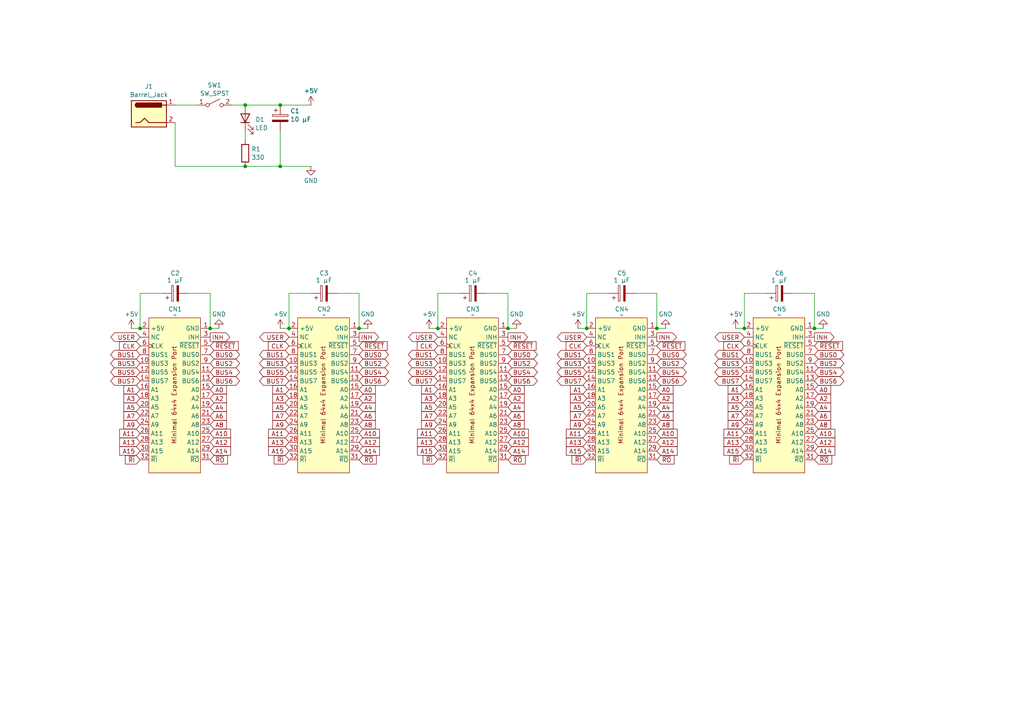
<source format=kicad_sch>
(kicad_sch (version 20231120) (generator "eeschema") (generator_version "8.0")
  (paper "A4")
  (lib_symbols
    (symbol "Connector:Barrel_Jack" (pin_names (offset 1.016))
      (property "Reference" "J" (at 0 5.334 0))
      (property "Value" "Barrel_Jack" (at 0 -5.08 0))
      (symbol "Barrel_Jack_0_1"
        (rectangle (start -5.08 3.81) (end 5.08 -3.81) (stroke (width 0.254)) (fill (type background)))
        (arc (start -3.302 3.175) (mid -3.9343 2.54) (end -3.302 1.905) (stroke (width 0.254)))
        (arc (start -3.302 3.175) (mid -3.9343 2.54) (end -3.302 1.905) (stroke (width 0.254)) (fill (type outline)))
        (polyline (pts (xy 5.08 2.54) (xy 3.81 2.54)) (stroke (width 0.254)))
        (polyline (pts (xy -3.81 -2.54) (xy -2.54 -2.54) (xy -1.27 -1.27) (xy 0 -2.54) (xy 2.54 -2.54) (xy 5.08 -2.54)) (stroke (width 0.254)))
        (rectangle (start 3.683 3.175) (end -3.302 1.905) (stroke (width 0.254)) (fill (type outline)))
      )
      (symbol "Barrel_Jack_1_1"
        (pin passive line (at 7.62 2.54 180) (length 2.54) (name "~") (number "1"))
        (pin passive line (at 7.62 -2.54 180) (length 2.54) (name "~") (number "2"))
      )
    )
    (symbol "Device:C_Polarized" (pin_numbers hide) (pin_names (offset 0.254))
      (property "Reference" "C" (at 0.635 2.54 0))
      (property "Value" "C_Polarized" (at 0.635 -2.54 0))
      (symbol "C_Polarized_0_1"
        (rectangle (start -2.286 0.508) (end 2.286 1.016))
        (polyline (pts (xy -1.778 2.286) (xy -0.762 2.286)))
        (polyline (pts (xy -1.27 2.794) (xy -1.27 1.778)))
        (rectangle (start 2.286 -0.508) (end -2.286 -1.016) (fill (type outline)))
      )
      (symbol "C_Polarized_1_1"
        (pin passive line (at 0 3.81 270) (length 2.794) (name "~") (number "1"))
        (pin passive line (at 0 -3.81 90) (length 2.794) (name "~") (number "2"))
      )
    )
    (symbol "Device:LED" (pin_numbers hide) (pin_names (offset 1.016) hide)
      (property "Reference" "D" (at 0 2.54 0))
      (property "Value" "LED" (at 0 -2.54 0))
      (symbol "LED_0_1"
        (polyline (pts (xy -1.27 -1.27) (xy -1.27 1.27)) (stroke (width 0.254)))
        (polyline (pts (xy -1.27 0) (xy 1.27 0)))
        (polyline (pts (xy 1.27 -1.27) (xy 1.27 1.27) (xy -1.27 0) (xy 1.27 -1.27)) (stroke (width 0.254)))
        (polyline (pts (xy -3.048 -0.762) (xy -4.572 -2.286) (xy -3.81 -2.286) (xy -4.572 -2.286) (xy -4.572 -1.524)))
        (polyline (pts (xy -1.778 -0.762) (xy -3.302 -2.286) (xy -2.54 -2.286) (xy -3.302 -2.286) (xy -3.302 -1.524)))
      )
      (symbol "LED_1_1"
        (pin passive line (at -3.81 0 0) (length 2.54) (name "K") (number "1"))
        (pin passive line (at 3.81 0 180) (length 2.54) (name "A") (number "2"))
      )
    )
    (symbol "Device:R" (pin_numbers hide) (pin_names (offset 0))
      (property "Reference" "R" (at 2.032 0 90))
      (property "Value" "R" (at 0 0 90))
      (symbol "R_0_1"
        (rectangle (start -1.016 -2.54) (end 1.016 2.54) (stroke (width 0.254)))
      )
      (symbol "R_1_1"
        (pin passive line (at 0 3.81 270) (length 1.27) (name "~") (number "1"))
        (pin passive line (at 0 -3.81 90) (length 1.27) (name "~") (number "2"))
      )
    )
    (symbol "Switch:SW_SPST" (pin_names (offset 0) hide)
      (property "Reference" "SW" (at 0 3.175 0))
      (property "Value" "SW_SPST" (at 0 -2.54 0))
      (symbol "SW_SPST_0_0"
        (circle (center -2.032 0) (radius 0.508))
        (polyline (pts (xy -1.524 0.254) (xy 1.524 1.778)))
        (circle (center 2.032 0) (radius 0.508))
      )
      (symbol "SW_SPST_1_1"
        (pin passive line (at -5.08 0 0) (length 2.54) (name "A") (number "1"))
        (pin passive line (at 5.08 0 180) (length 2.54) (name "B") (number "2"))
      )
    )
    (symbol "min-64x4-expansion_1"
      (property "Reference" "CN5" (at 24.6295 0 90))
      (property "Value" "~" (at 22.9481 0 90))
      (symbol "min-64x4-expansion_1_0_0"
        (pin power_in line (at 19.05 -10.16 90) (length 2.54) (name "GND") (number "1"))
        (pin bidirectional line (at 8.89 10.16 270) (length 2.54) (name "BUS3") (number "10"))
        (pin bidirectional line (at 6.35 -10.16 90) (length 2.54) (name "BUS4") (number "11"))
        (pin bidirectional line (at 6.35 10.16 270) (length 2.54) (name "BUS5") (number "12"))
        (pin bidirectional line (at 3.81 -10.16 90) (length 2.54) (name "BUS6") (number "13"))
        (pin bidirectional line (at 3.81 10.16 270) (length 2.54) (name "BUS7") (number "14"))
        (pin output line (at 1.27 -10.16 90) (length 2.54) (name "A0") (number "15"))
        (pin output line (at 1.27 10.16 270) (length 2.54) (name "A1") (number "16"))
        (pin output line (at -1.27 -10.16 90) (length 2.54) (name "A2") (number "17"))
        (pin output line (at -3.81 -10.16 90) (length 2.54) (name "A4") (number "19"))
        (pin power_in line (at 19.05 10.16 270) (length 2.54) (name "+5V") (number "2"))
        (pin output line (at -3.81 10.16 270) (length 2.54) (name "A5") (number "20"))
        (pin output line (at -6.35 -10.16 90) (length 2.54) (name "A6") (number "21"))
        (pin output line (at -6.35 10.16 270) (length 2.54) (name "A7") (number "22"))
        (pin output line (at -8.89 -10.16 90) (length 2.54) (name "A8") (number "23"))
        (pin output line (at -8.89 10.16 270) (length 2.54) (name "A9") (number "24"))
        (pin output line (at -11.43 -10.16 90) (length 2.54) (name "A10") (number "25"))
        (pin output line (at -11.43 10.16 270) (length 2.54) (name "A11") (number "26"))
        (pin output line (at -13.97 -10.16 90) (length 2.54) (name "A12") (number "27"))
        (pin output line (at -13.97 10.16 270) (length 2.54) (name "A13") (number "28"))
        (pin output line (at -16.51 -10.16 90) (length 2.54) (name "A14") (number "29"))
        (pin input line (at 16.51 -10.16 90) (length 2.54) (name "INH") (number "3"))
        (pin output line (at -19.05 -10.16 90) (length 2.54) (name "~{RO}") (number "31"))
        (pin output line (at -19.05 10.16 270) (length 2.54) (name "~{RI}") (number "32"))
        (pin bidirectional line (at 13.97 -10.16 90) (length 2.54) (name "~{RESET}") (number "5"))
        (pin output clock (at 13.97 10.16 270) (length 2.54) (name "CLK") (number "6"))
        (pin bidirectional line (at 11.43 -10.16 90) (length 2.54) (name "BUS0") (number "7"))
        (pin bidirectional line (at 11.43 10.16 270) (length 2.54) (name "BUS1") (number "8"))
        (pin bidirectional line (at 8.89 -10.16 90) (length 2.54) (name "BUS2") (number "9"))
      )
      (symbol "min-64x4-expansion_1_1_0"
        (pin output line (at -1.27 10.16 270) (length 2.54) (name "A3") (number "18"))
        (pin output line (at -16.51 10.16 270) (length 2.54) (name "A15") (number "30"))
        (pin bidirectional line (at 16.51 10.16 270) (length 2.54) (name "NC") (number "4"))
      )
      (symbol "min-64x4-expansion_1_1_1"
        (rectangle (start -22.86 7.62) (end 22.098 -7.366) (fill (type background)))
        (text "Minimal 64x4 Expansion Port" (at -0.254 0.254 0) (effects (font (size 1.27 1.27))))
      )
    )
    (symbol "minimal-64x4:min-64x4-expansion"
      (property "Reference" "CN1" (at 24.6295 0 90))
      (property "Value" "~" (at 22.9481 0 90))
      (symbol "min-64x4-expansion_0_0"
        (pin power_in line (at 19.05 -10.16 90) (length 2.54) (name "GND") (number "1"))
        (pin bidirectional line (at 8.89 10.16 270) (length 2.54) (name "BUS3") (number "10"))
        (pin bidirectional line (at 6.35 -10.16 90) (length 2.54) (name "BUS4") (number "11"))
        (pin bidirectional line (at 6.35 10.16 270) (length 2.54) (name "BUS5") (number "12"))
        (pin bidirectional line (at 3.81 -10.16 90) (length 2.54) (name "BUS6") (number "13"))
        (pin bidirectional line (at 3.81 10.16 270) (length 2.54) (name "BUS7") (number "14"))
        (pin output line (at 1.27 -10.16 90) (length 2.54) (name "A0") (number "15"))
        (pin output line (at 1.27 10.16 270) (length 2.54) (name "A1") (number "16"))
        (pin output line (at -1.27 -10.16 90) (length 2.54) (name "A2") (number "17"))
        (pin output line (at -3.81 -10.16 90) (length 2.54) (name "A4") (number "19"))
        (pin power_in line (at 19.05 10.16 270) (length 2.54) (name "+5V") (number "2"))
        (pin output line (at -3.81 10.16 270) (length 2.54) (name "A5") (number "20"))
        (pin output line (at -6.35 -10.16 90) (length 2.54) (name "A6") (number "21"))
        (pin output line (at -6.35 10.16 270) (length 2.54) (name "A7") (number "22"))
        (pin output line (at -8.89 -10.16 90) (length 2.54) (name "A8") (number "23"))
        (pin output line (at -8.89 10.16 270) (length 2.54) (name "A9") (number "24"))
        (pin output line (at -11.43 -10.16 90) (length 2.54) (name "A10") (number "25"))
        (pin output line (at -11.43 10.16 270) (length 2.54) (name "A11") (number "26"))
        (pin output line (at -13.97 -10.16 90) (length 2.54) (name "A12") (number "27"))
        (pin output line (at -13.97 10.16 270) (length 2.54) (name "A13") (number "28"))
        (pin output line (at -16.51 -10.16 90) (length 2.54) (name "A14") (number "29"))
        (pin input line (at 16.51 -10.16 90) (length 2.54) (name "INH") (number "3"))
        (pin output line (at -19.05 -10.16 90) (length 2.54) (name "~{RO}") (number "31"))
        (pin output line (at -19.05 10.16 270) (length 2.54) (name "~{RI}") (number "32"))
        (pin bidirectional line (at 13.97 -10.16 90) (length 2.54) (name "~{RESET}") (number "5"))
        (pin output clock (at 13.97 10.16 270) (length 2.54) (name "CLK") (number "6"))
        (pin bidirectional line (at 11.43 -10.16 90) (length 2.54) (name "BUS0") (number "7"))
        (pin bidirectional line (at 11.43 10.16 270) (length 2.54) (name "BUS1") (number "8"))
        (pin bidirectional line (at 8.89 -10.16 90) (length 2.54) (name "BUS2") (number "9"))
      )
      (symbol "min-64x4-expansion_1_0"
        (pin output line (at -1.27 10.16 270) (length 2.54) (name "A3") (number "18"))
        (pin output line (at -16.51 10.16 270) (length 2.54) (name "A15") (number "30"))
        (pin bidirectional line (at 16.51 10.16 270) (length 2.54) (name "NC") (number "4"))
      )
      (symbol "min-64x4-expansion_1_1"
        (rectangle (start -22.86 7.62) (end 22.098 -7.366) (fill (type background)))
        (text "Minimal 64x4 Expansion Port" (at -0.254 0.254 0) (effects (font (size 1.27 1.27))))
      )
    )
    (symbol "power:+5V" (power) (pin_numbers hide) (pin_names (offset 0) hide)
      (property "Value" "+5V" (at 0 3.556 0))
      (symbol "+5V_0_1"
        (polyline (pts (xy -0.762 1.27) (xy 0 2.54)))
        (polyline (pts (xy 0 0) (xy 0 2.54)))
        (polyline (pts (xy 0 2.54) (xy 0.762 1.27)))
      )
      (symbol "+5V_1_1"
        (pin power_in line (at 0 0 90) (length 0) (name "~") (number "1"))
      )
    )
    (symbol "power:GND" (power) (pin_numbers hide) (pin_names (offset 0) hide)
      (property "Value" "GND" (at 0 -3.81 0))
      (symbol "GND_0_1"
        (polyline (pts (xy 0 0) (xy 0 -1.27) (xy 1.27 -1.27) (xy 0 -2.54) (xy -1.27 -1.27) (xy 0 -1.27)))
      )
      (symbol "GND_1_1"
        (pin power_in line (at 0 0 270) (length 0) (name "~") (number "1"))
      )
    )
  )
  (junction (at 81.28 30.48))
  (junction (at 81.28 48.26))
  (junction (at 83.82 95.25))
  (junction (at 236.22 95.25))
  (junction (at 147.32 95.25))
  (junction (at 71.12 48.26))
  (junction (at 190.5 95.25))
  (junction (at 60.96 95.25))
  (junction (at 40.64 95.25))
  (junction (at 104.14 95.25))
  (junction (at 127 95.25))
  (junction (at 71.12 30.48))
  (junction (at 170.18 95.25))
  (junction (at 215.9 95.25))
  (wire (pts (xy 60.96 85.09) (xy 54.61 85.09)))
  (wire (pts (xy 60.96 95.25) (xy 60.96 85.09)))
  (wire (pts (xy 215.9 85.09) (xy 222.25 85.09)))
  (wire (pts (xy 81.28 48.26) (xy 81.28 38.1)))
  (wire (pts (xy 147.32 85.09) (xy 140.97 85.09)))
  (wire (pts (xy 147.32 95.25) (xy 147.32 85.09)))
  (wire (pts (xy 81.28 30.48) (xy 90.17 30.48)))
  (wire (pts (xy 147.32 95.25) (xy 149.86 95.25)))
  (wire (pts (xy 104.14 85.09) (xy 97.79 85.09)))
  (wire (pts (xy 170.18 85.09) (xy 176.53 85.09)))
  (wire (pts (xy 71.12 48.26) (xy 81.28 48.26)))
  (wire (pts (xy 167.64 95.25) (xy 170.18 95.25)))
  (wire (pts (xy 71.12 38.1) (xy 71.12 40.64)))
  (wire (pts (xy 236.22 85.09) (xy 229.87 85.09)))
  (wire (pts (xy 213.36 95.25) (xy 215.9 95.25)))
  (wire (pts (xy 104.14 95.25) (xy 106.68 95.25)))
  (wire (pts (xy 127 85.09) (xy 133.35 85.09)))
  (wire (pts (xy 190.5 95.25) (xy 193.04 95.25)))
  (wire (pts (xy 170.18 95.25) (xy 170.18 85.09)))
  (wire (pts (xy 127 95.25) (xy 127 85.09)))
  (wire (pts (xy 38.1 95.25) (xy 40.64 95.25)))
  (wire (pts (xy 50.8 48.26) (xy 71.12 48.26)))
  (wire (pts (xy 83.82 85.09) (xy 90.17 85.09)))
  (wire (pts (xy 81.28 48.26) (xy 90.17 48.26)))
  (wire (pts (xy 104.14 95.25) (xy 104.14 85.09)))
  (wire (pts (xy 236.22 95.25) (xy 236.22 85.09)))
  (wire (pts (xy 60.96 95.25) (xy 63.5 95.25)))
  (wire (pts (xy 50.8 35.56) (xy 50.8 48.26)))
  (wire (pts (xy 190.5 95.25) (xy 190.5 85.09)))
  (wire (pts (xy 71.12 30.48) (xy 81.28 30.48)))
  (wire (pts (xy 50.8 30.48) (xy 57.15 30.48)))
  (wire (pts (xy 124.46 95.25) (xy 127 95.25)))
  (wire (pts (xy 40.64 85.09) (xy 46.99 85.09)))
  (wire (pts (xy 81.28 95.25) (xy 83.82 95.25)))
  (wire (pts (xy 40.64 95.25) (xy 40.64 85.09)))
  (wire (pts (xy 67.31 30.48) (xy 71.12 30.48)))
  (wire (pts (xy 83.82 95.25) (xy 83.82 85.09)))
  (wire (pts (xy 236.22 95.25) (xy 238.76 95.25)))
  (wire (pts (xy 190.5 85.09) (xy 184.15 85.09)))
  (wire (pts (xy 215.9 95.25) (xy 215.9 85.09)))
  (global_label "~{RI}" (shape input) (at 40.64 133.35 180) (property "Intersheetrefs" "${INTERSHEET_REFS}" (effects (hide yes))))
  (global_label "A10" (shape input) (at 190.5 125.73 0) (property "Intersheetrefs" "${INTERSHEET_REFS}" (effects (hide yes))))
  (global_label "A13" (shape input) (at 215.9 128.27 180) (property "Intersheetrefs" "${INTERSHEET_REFS}" (effects (hide yes))))
  (global_label "A8" (shape input) (at 147.32 123.19 0) (property "Intersheetrefs" "${INTERSHEET_REFS}" (effects (hide yes))))
  (global_label "A9" (shape input) (at 170.18 123.19 180) (property "Intersheetrefs" "${INTERSHEET_REFS}" (effects (hide yes))))
  (global_label "A11" (shape input) (at 215.9 125.73 180) (property "Intersheetrefs" "${INTERSHEET_REFS}" (effects (hide yes))))
  (global_label "~{RO}" (shape input) (at 236.22 133.35 0) (property "Intersheetrefs" "${INTERSHEET_REFS}" (effects (hide yes))))
  (global_label "A0" (shape input) (at 236.22 113.03 0) (property "Intersheetrefs" "${INTERSHEET_REFS}" (effects (hide yes))))
  (global_label "BUS4" (shape bidirectional) (at 147.32 107.95 0) (property "Intersheetrefs" "${INTERSHEET_REFS}" (effects (hide yes))))
  (global_label "A1" (shape input) (at 40.64 113.03 180) (property "Intersheetrefs" "${INTERSHEET_REFS}" (effects (hide yes))))
  (global_label "A0" (shape input) (at 104.14 113.03 0) (property "Intersheetrefs" "${INTERSHEET_REFS}" (effects (hide yes))))
  (global_label "A14" (shape input) (at 236.22 130.81 0) (property "Intersheetrefs" "${INTERSHEET_REFS}" (effects (hide yes))))
  (global_label "~{RESET}" (shape input) (at 60.96 100.33 0) (property "Intersheetrefs" "${INTERSHEET_REFS}" (effects (hide yes))))
  (global_label "CLK" (shape input) (at 40.64 100.33 180) (property "Intersheetrefs" "${INTERSHEET_REFS}" (effects (hide yes))))
  (global_label "A3" (shape input) (at 170.18 115.57 180) (property "Intersheetrefs" "${INTERSHEET_REFS}" (effects (hide yes))))
  (global_label "A0" (shape input) (at 60.96 113.03 0) (property "Intersheetrefs" "${INTERSHEET_REFS}" (effects (hide yes))))
  (global_label "A5" (shape input) (at 40.64 118.11 180) (property "Intersheetrefs" "${INTERSHEET_REFS}" (effects (hide yes))))
  (global_label "A4" (shape input) (at 190.5 118.11 0) (property "Intersheetrefs" "${INTERSHEET_REFS}" (effects (hide yes))))
  (global_label "A14" (shape input) (at 104.14 130.81 0) (property "Intersheetrefs" "${INTERSHEET_REFS}" (effects (hide yes))))
  (global_label "BUS7" (shape bidirectional) (at 83.82 110.49 180) (property "Intersheetrefs" "${INTERSHEET_REFS}" (effects (hide yes))))
  (global_label "BUS5" (shape bidirectional) (at 127 107.95 180) (property "Intersheetrefs" "${INTERSHEET_REFS}" (effects (hide yes))))
  (global_label "BUS4" (shape bidirectional) (at 60.96 107.95 0) (property "Intersheetrefs" "${INTERSHEET_REFS}" (effects (hide yes))))
  (global_label "~{RO}" (shape input) (at 190.5 133.35 0) (property "Intersheetrefs" "${INTERSHEET_REFS}" (effects (hide yes))))
  (global_label "INH" (shape output) (at 60.96 97.79 0) (property "Intersheetrefs" "${INTERSHEET_REFS}" (effects (hide yes))))
  (global_label "A8" (shape input) (at 60.96 123.19 0) (property "Intersheetrefs" "${INTERSHEET_REFS}" (effects (hide yes))))
  (global_label "BUS5" (shape bidirectional) (at 83.82 107.95 180) (property "Intersheetrefs" "${INTERSHEET_REFS}" (effects (hide yes))))
  (global_label "BUS2" (shape bidirectional) (at 104.14 105.41 0) (property "Intersheetrefs" "${INTERSHEET_REFS}" (effects (hide yes))))
  (global_label "A12" (shape input) (at 236.22 128.27 0) (property "Intersheetrefs" "${INTERSHEET_REFS}" (effects (hide yes))))
  (global_label "~{RO}" (shape input) (at 104.14 133.35 0) (property "Intersheetrefs" "${INTERSHEET_REFS}" (effects (hide yes))))
  (global_label "INH" (shape output) (at 104.14 97.79 0) (property "Intersheetrefs" "${INTERSHEET_REFS}" (effects (hide yes))))
  (global_label "A11" (shape input) (at 40.64 125.73 180) (property "Intersheetrefs" "${INTERSHEET_REFS}" (effects (hide yes))))
  (global_label "BUS1" (shape bidirectional) (at 215.9 102.87 180) (property "Intersheetrefs" "${INTERSHEET_REFS}" (effects (hide yes))))
  (global_label "BUS6" (shape bidirectional) (at 104.14 110.49 0) (property "Intersheetrefs" "${INTERSHEET_REFS}" (effects (hide yes))))
  (global_label "A5" (shape input) (at 170.18 118.11 180) (property "Intersheetrefs" "${INTERSHEET_REFS}" (effects (hide yes))))
  (global_label "~{RESET}" (shape input) (at 147.32 100.33 0) (property "Intersheetrefs" "${INTERSHEET_REFS}" (effects (hide yes))))
  (global_label "A2" (shape input) (at 104.14 115.57 0) (property "Intersheetrefs" "${INTERSHEET_REFS}" (effects (hide yes))))
  (global_label "A14" (shape input) (at 60.96 130.81 0) (property "Intersheetrefs" "${INTERSHEET_REFS}" (effects (hide yes))))
  (global_label "BUS2" (shape bidirectional) (at 60.96 105.41 0) (property "Intersheetrefs" "${INTERSHEET_REFS}" (effects (hide yes))))
  (global_label "A6" (shape input) (at 190.5 120.65 0) (property "Intersheetrefs" "${INTERSHEET_REFS}" (effects (hide yes))))
  (global_label "~{RI}" (shape input) (at 215.9 133.35 180) (property "Intersheetrefs" "${INTERSHEET_REFS}" (effects (hide yes))))
  (global_label "USER" (shape bidirectional) (at 127 97.79 180) (property "Intersheetrefs" "${INTERSHEET_REFS}" (effects (hide yes))))
  (global_label "CLK" (shape input) (at 170.18 100.33 180) (property "Intersheetrefs" "${INTERSHEET_REFS}" (effects (hide yes))))
  (global_label "BUS5" (shape bidirectional) (at 40.64 107.95 180) (property "Intersheetrefs" "${INTERSHEET_REFS}" (effects (hide yes))))
  (global_label "A3" (shape input) (at 40.64 115.57 180) (property "Intersheetrefs" "${INTERSHEET_REFS}" (effects (hide yes))))
  (global_label "USER" (shape bidirectional) (at 170.18 97.79 180) (property "Intersheetrefs" "${INTERSHEET_REFS}" (effects (hide yes))))
  (global_label "A10" (shape input) (at 104.14 125.73 0) (property "Intersheetrefs" "${INTERSHEET_REFS}" (effects (hide yes))))
  (global_label "CLK" (shape input) (at 83.82 100.33 180) (property "Intersheetrefs" "${INTERSHEET_REFS}" (effects (hide yes))))
  (global_label "CLK" (shape input) (at 127 100.33 180) (property "Intersheetrefs" "${INTERSHEET_REFS}" (effects (hide yes))))
  (global_label "A11" (shape input) (at 127 125.73 180) (property "Intersheetrefs" "${INTERSHEET_REFS}" (effects (hide yes))))
  (global_label "BUS6" (shape bidirectional) (at 60.96 110.49 0) (property "Intersheetrefs" "${INTERSHEET_REFS}" (effects (hide yes))))
  (global_label "A0" (shape input) (at 147.32 113.03 0) (property "Intersheetrefs" "${INTERSHEET_REFS}" (effects (hide yes))))
  (global_label "BUS1" (shape bidirectional) (at 40.64 102.87 180) (property "Intersheetrefs" "${INTERSHEET_REFS}" (effects (hide yes))))
  (global_label "A12" (shape input) (at 104.14 128.27 0) (property "Intersheetrefs" "${INTERSHEET_REFS}" (effects (hide yes))))
  (global_label "~{RESET}" (shape input) (at 236.22 100.33 0) (property "Intersheetrefs" "${INTERSHEET_REFS}" (effects (hide yes))))
  (global_label "BUS4" (shape bidirectional) (at 236.22 107.95 0) (property "Intersheetrefs" "${INTERSHEET_REFS}" (effects (hide yes))))
  (global_label "A10" (shape input) (at 147.32 125.73 0) (property "Intersheetrefs" "${INTERSHEET_REFS}" (effects (hide yes))))
  (global_label "USER" (shape bidirectional) (at 40.64 97.79 180) (property "Intersheetrefs" "${INTERSHEET_REFS}" (effects (hide yes))))
  (global_label "A13" (shape input) (at 83.82 128.27 180) (property "Intersheetrefs" "${INTERSHEET_REFS}" (effects (hide yes))))
  (global_label "A1" (shape input) (at 127 113.03 180) (property "Intersheetrefs" "${INTERSHEET_REFS}" (effects (hide yes))))
  (global_label "BUS3" (shape bidirectional) (at 215.9 105.41 180) (property "Intersheetrefs" "${INTERSHEET_REFS}" (effects (hide yes))))
  (global_label "A3" (shape input) (at 83.82 115.57 180) (property "Intersheetrefs" "${INTERSHEET_REFS}" (effects (hide yes))))
  (global_label "A5" (shape input) (at 127 118.11 180) (property "Intersheetrefs" "${INTERSHEET_REFS}" (effects (hide yes))))
  (global_label "BUS3" (shape bidirectional) (at 83.82 105.41 180) (property "Intersheetrefs" "${INTERSHEET_REFS}" (effects (hide yes))))
  (global_label "A12" (shape input) (at 190.5 128.27 0) (property "Intersheetrefs" "${INTERSHEET_REFS}" (effects (hide yes))))
  (global_label "~{RESET}" (shape input) (at 104.14 100.33 0) (property "Intersheetrefs" "${INTERSHEET_REFS}" (effects (hide yes))))
  (global_label "A8" (shape input) (at 190.5 123.19 0) (property "Intersheetrefs" "${INTERSHEET_REFS}" (effects (hide yes))))
  (global_label "BUS7" (shape bidirectional) (at 127 110.49 180) (property "Intersheetrefs" "${INTERSHEET_REFS}" (effects (hide yes))))
  (global_label "A15" (shape input) (at 215.9 130.81 180) (property "Intersheetrefs" "${INTERSHEET_REFS}" (effects (hide yes))))
  (global_label "A14" (shape input) (at 147.32 130.81 0) (property "Intersheetrefs" "${INTERSHEET_REFS}" (effects (hide yes))))
  (global_label "BUS1" (shape bidirectional) (at 127 102.87 180) (property "Intersheetrefs" "${INTERSHEET_REFS}" (effects (hide yes))))
  (global_label "A2" (shape input) (at 236.22 115.57 0) (property "Intersheetrefs" "${INTERSHEET_REFS}" (effects (hide yes))))
  (global_label "~{RO}" (shape input) (at 147.32 133.35 0) (property "Intersheetrefs" "${INTERSHEET_REFS}" (effects (hide yes))))
  (global_label "BUS6" (shape bidirectional) (at 236.22 110.49 0) (property "Intersheetrefs" "${INTERSHEET_REFS}" (effects (hide yes))))
  (global_label "A5" (shape input) (at 83.82 118.11 180) (property "Intersheetrefs" "${INTERSHEET_REFS}" (effects (hide yes))))
  (global_label "BUS0" (shape bidirectional) (at 190.5 102.87 0) (property "Intersheetrefs" "${INTERSHEET_REFS}" (effects (hide yes))))
  (global_label "A14" (shape input) (at 190.5 130.81 0) (property "Intersheetrefs" "${INTERSHEET_REFS}" (effects (hide yes))))
  (global_label "A1" (shape input) (at 215.9 113.03 180) (property "Intersheetrefs" "${INTERSHEET_REFS}" (effects (hide yes))))
  (global_label "BUS0" (shape bidirectional) (at 147.32 102.87 0) (property "Intersheetrefs" "${INTERSHEET_REFS}" (effects (hide yes))))
  (global_label "A15" (shape input) (at 83.82 130.81 180) (property "Intersheetrefs" "${INTERSHEET_REFS}" (effects (hide yes))))
  (global_label "BUS1" (shape bidirectional) (at 170.18 102.87 180) (property "Intersheetrefs" "${INTERSHEET_REFS}" (effects (hide yes))))
  (global_label "BUS7" (shape bidirectional) (at 170.18 110.49 180) (property "Intersheetrefs" "${INTERSHEET_REFS}" (effects (hide yes))))
  (global_label "A11" (shape input) (at 170.18 125.73 180) (property "Intersheetrefs" "${INTERSHEET_REFS}" (effects (hide yes))))
  (global_label "A6" (shape input) (at 236.22 120.65 0) (property "Intersheetrefs" "${INTERSHEET_REFS}" (effects (hide yes))))
  (global_label "BUS6" (shape bidirectional) (at 147.32 110.49 0) (property "Intersheetrefs" "${INTERSHEET_REFS}" (effects (hide yes))))
  (global_label "USER" (shape bidirectional) (at 215.9 97.79 180) (property "Intersheetrefs" "${INTERSHEET_REFS}" (effects (hide yes))))
  (global_label "BUS5" (shape bidirectional) (at 170.18 107.95 180) (property "Intersheetrefs" "${INTERSHEET_REFS}" (effects (hide yes))))
  (global_label "BUS7" (shape bidirectional) (at 40.64 110.49 180) (property "Intersheetrefs" "${INTERSHEET_REFS}" (effects (hide yes))))
  (global_label "A10" (shape input) (at 236.22 125.73 0) (property "Intersheetrefs" "${INTERSHEET_REFS}" (effects (hide yes))))
  (global_label "BUS6" (shape bidirectional) (at 190.5 110.49 0) (property "Intersheetrefs" "${INTERSHEET_REFS}" (effects (hide yes))))
  (global_label "A3" (shape input) (at 215.9 115.57 180) (property "Intersheetrefs" "${INTERSHEET_REFS}" (effects (hide yes))))
  (global_label "~{RI}" (shape input) (at 170.18 133.35 180) (property "Intersheetrefs" "${INTERSHEET_REFS}" (effects (hide yes))))
  (global_label "A1" (shape input) (at 83.82 113.03 180) (property "Intersheetrefs" "${INTERSHEET_REFS}" (effects (hide yes))))
  (global_label "USER" (shape bidirectional) (at 83.82 97.79 180) (property "Intersheetrefs" "${INTERSHEET_REFS}" (effects (hide yes))))
  (global_label "CLK" (shape input) (at 215.9 100.33 180) (property "Intersheetrefs" "${INTERSHEET_REFS}" (effects (hide yes))))
  (global_label "BUS3" (shape bidirectional) (at 170.18 105.41 180) (property "Intersheetrefs" "${INTERSHEET_REFS}" (effects (hide yes))))
  (global_label "~{RI}" (shape input) (at 127 133.35 180) (property "Intersheetrefs" "${INTERSHEET_REFS}" (effects (hide yes))))
  (global_label "A8" (shape input) (at 104.14 123.19 0) (property "Intersheetrefs" "${INTERSHEET_REFS}" (effects (hide yes))))
  (global_label "BUS2" (shape bidirectional) (at 236.22 105.41 0) (property "Intersheetrefs" "${INTERSHEET_REFS}" (effects (hide yes))))
  (global_label "BUS7" (shape bidirectional) (at 215.9 110.49 180) (property "Intersheetrefs" "${INTERSHEET_REFS}" (effects (hide yes))))
  (global_label "BUS0" (shape bidirectional) (at 60.96 102.87 0) (property "Intersheetrefs" "${INTERSHEET_REFS}" (effects (hide yes))))
  (global_label "BUS0" (shape bidirectional) (at 236.22 102.87 0) (property "Intersheetrefs" "${INTERSHEET_REFS}" (effects (hide yes))))
  (global_label "BUS4" (shape bidirectional) (at 190.5 107.95 0) (property "Intersheetrefs" "${INTERSHEET_REFS}" (effects (hide yes))))
  (global_label "A4" (shape input) (at 236.22 118.11 0) (property "Intersheetrefs" "${INTERSHEET_REFS}" (effects (hide yes))))
  (global_label "~{RESET}" (shape input) (at 190.5 100.33 0) (property "Intersheetrefs" "${INTERSHEET_REFS}" (effects (hide yes))))
  (global_label "A7" (shape input) (at 215.9 120.65 180) (property "Intersheetrefs" "${INTERSHEET_REFS}" (effects (hide yes))))
  (global_label "INH" (shape output) (at 147.32 97.79 0) (property "Intersheetrefs" "${INTERSHEET_REFS}" (effects (hide yes))))
  (global_label "A3" (shape input) (at 127 115.57 180) (property "Intersheetrefs" "${INTERSHEET_REFS}" (effects (hide yes))))
  (global_label "~{RI}" (shape input) (at 83.82 133.35 180) (property "Intersheetrefs" "${INTERSHEET_REFS}" (effects (hide yes))))
  (global_label "A15" (shape input) (at 127 130.81 180) (property "Intersheetrefs" "${INTERSHEET_REFS}" (effects (hide yes))))
  (global_label "A4" (shape input) (at 147.32 118.11 0) (property "Intersheetrefs" "${INTERSHEET_REFS}" (effects (hide yes))))
  (global_label "A9" (shape input) (at 127 123.19 180) (property "Intersheetrefs" "${INTERSHEET_REFS}" (effects (hide yes))))
  (global_label "A13" (shape input) (at 40.64 128.27 180) (property "Intersheetrefs" "${INTERSHEET_REFS}" (effects (hide yes))))
  (global_label "BUS2" (shape bidirectional) (at 147.32 105.41 0) (property "Intersheetrefs" "${INTERSHEET_REFS}" (effects (hide yes))))
  (global_label "A9" (shape input) (at 40.64 123.19 180) (property "Intersheetrefs" "${INTERSHEET_REFS}" (effects (hide yes))))
  (global_label "A10" (shape input) (at 60.96 125.73 0) (property "Intersheetrefs" "${INTERSHEET_REFS}" (effects (hide yes))))
  (global_label "A15" (shape input) (at 40.64 130.81 180) (property "Intersheetrefs" "${INTERSHEET_REFS}" (effects (hide yes))))
  (global_label "A11" (shape input) (at 83.82 125.73 180) (property "Intersheetrefs" "${INTERSHEET_REFS}" (effects (hide yes))))
  (global_label "A13" (shape input) (at 170.18 128.27 180) (property "Intersheetrefs" "${INTERSHEET_REFS}" (effects (hide yes))))
  (global_label "~{RO}" (shape input) (at 60.96 133.35 0) (property "Intersheetrefs" "${INTERSHEET_REFS}" (effects (hide yes))))
  (global_label "BUS0" (shape bidirectional) (at 104.14 102.87 0) (property "Intersheetrefs" "${INTERSHEET_REFS}" (effects (hide yes))))
  (global_label "A6" (shape input) (at 104.14 120.65 0) (property "Intersheetrefs" "${INTERSHEET_REFS}" (effects (hide yes))))
  (global_label "A2" (shape input) (at 60.96 115.57 0) (property "Intersheetrefs" "${INTERSHEET_REFS}" (effects (hide yes))))
  (global_label "A7" (shape input) (at 170.18 120.65 180) (property "Intersheetrefs" "${INTERSHEET_REFS}" (effects (hide yes))))
  (global_label "INH" (shape output) (at 190.5 97.79 0) (property "Intersheetrefs" "${INTERSHEET_REFS}" (effects (hide yes))))
  (global_label "A15" (shape input) (at 170.18 130.81 180) (property "Intersheetrefs" "${INTERSHEET_REFS}" (effects (hide yes))))
  (global_label "A0" (shape input) (at 190.5 113.03 0) (property "Intersheetrefs" "${INTERSHEET_REFS}" (effects (hide yes))))
  (global_label "A8" (shape input) (at 236.22 123.19 0) (property "Intersheetrefs" "${INTERSHEET_REFS}" (effects (hide yes))))
  (global_label "BUS1" (shape bidirectional) (at 83.82 102.87 180) (property "Intersheetrefs" "${INTERSHEET_REFS}" (effects (hide yes))))
  (global_label "A13" (shape input) (at 127 128.27 180) (property "Intersheetrefs" "${INTERSHEET_REFS}" (effects (hide yes))))
  (global_label "BUS4" (shape bidirectional) (at 104.14 107.95 0) (property "Intersheetrefs" "${INTERSHEET_REFS}" (effects (hide yes))))
  (global_label "BUS3" (shape bidirectional) (at 127 105.41 180) (property "Intersheetrefs" "${INTERSHEET_REFS}" (effects (hide yes))))
  (global_label "BUS5" (shape bidirectional) (at 215.9 107.95 180) (property "Intersheetrefs" "${INTERSHEET_REFS}" (effects (hide yes))))
  (global_label "A7" (shape input) (at 83.82 120.65 180) (property "Intersheetrefs" "${INTERSHEET_REFS}" (effects (hide yes))))
  (global_label "A7" (shape input) (at 40.64 120.65 180) (property "Intersheetrefs" "${INTERSHEET_REFS}" (effects (hide yes))))
  (global_label "INH" (shape output) (at 236.22 97.79 0) (property "Intersheetrefs" "${INTERSHEET_REFS}" (effects (hide yes))))
  (global_label "A5" (shape input) (at 215.9 118.11 180) (property "Intersheetrefs" "${INTERSHEET_REFS}" (effects (hide yes))))
  (global_label "A7" (shape input) (at 127 120.65 180) (property "Intersheetrefs" "${INTERSHEET_REFS}" (effects (hide yes))))
  (global_label "A2" (shape input) (at 147.32 115.57 0) (property "Intersheetrefs" "${INTERSHEET_REFS}" (effects (hide yes))))
  (global_label "A1" (shape input) (at 170.18 113.03 180) (property "Intersheetrefs" "${INTERSHEET_REFS}" (effects (hide yes))))
  (global_label "A12" (shape input) (at 147.32 128.27 0) (property "Intersheetrefs" "${INTERSHEET_REFS}" (effects (hide yes))))
  (global_label "A2" (shape input) (at 190.5 115.57 0) (property "Intersheetrefs" "${INTERSHEET_REFS}" (effects (hide yes))))
  (global_label "A4" (shape input) (at 104.14 118.11 0) (property "Intersheetrefs" "${INTERSHEET_REFS}" (effects (hide yes))))
  (global_label "A4" (shape input) (at 60.96 118.11 0) (property "Intersheetrefs" "${INTERSHEET_REFS}" (effects (hide yes))))
  (global_label "A12" (shape input) (at 60.96 128.27 0) (property "Intersheetrefs" "${INTERSHEET_REFS}" (effects (hide yes))))
  (global_label "A9" (shape input) (at 83.82 123.19 180) (property "Intersheetrefs" "${INTERSHEET_REFS}" (effects (hide yes))))
  (global_label "A6" (shape input) (at 147.32 120.65 0) (property "Intersheetrefs" "${INTERSHEET_REFS}" (effects (hide yes))))
  (global_label "A9" (shape input) (at 215.9 123.19 180) (property "Intersheetrefs" "${INTERSHEET_REFS}" (effects (hide yes))))
  (global_label "BUS2" (shape bidirectional) (at 190.5 105.41 0) (property "Intersheetrefs" "${INTERSHEET_REFS}" (effects (hide yes))))
  (global_label "A6" (shape input) (at 60.96 120.65 0) (property "Intersheetrefs" "${INTERSHEET_REFS}" (effects (hide yes))))
  (global_label "BUS3" (shape bidirectional) (at 40.64 105.41 180) (property "Intersheetrefs" "${INTERSHEET_REFS}" (effects (hide yes))))
  (symbol (lib_id "Device:C_Polarized") (at 50.8 85.09 90) (unit 1)
    (property "Reference" "C2" (at 50.8 79.248 90))
    (property "Value" "1 µF" (at 50.8 81.28 90))
    (property "Description" "Polarized capacitor" (effects (hide yes)))
  )
  (symbol (lib_id "power:+5V") (at 81.28 95.25 0) (unit 1)
    (property "Reference" "#PWR03" (effects (hide yes)))
    (property "Value" "+5V" (at 81.28 91.1169 0))
    (property "Description" "Power symbol creates a global label with name \"+5V\"" (effects (hide yes)))
  )
  (symbol (lib_id "power:+5V") (at 38.1 95.25 0) (unit 1)
    (property "Reference" "#PWR02" (effects (hide yes)))
    (property "Value" "+5V" (at 38.1 91.1169 0))
    (property "Description" "Power symbol creates a global label with name \"+5V\"" (effects (hide yes)))
  )
  (symbol (lib_id "minimal-64x4:min-64x4-expansion") (at 93.98 114.3 90) (unit 1)
    (property "Reference" "CN2" (at 93.98 89.6705 90))
    (property "Value" "~" (at 93.98 91.3519 90))
    (property "Footprint" "Connector_PinSocket_2.54mm:PinSocket_2x32_P2.54mm_Vertical" (effects (hide yes)))
  )
  (symbol (lib_id "power:GND") (at 238.76 95.25 180) (unit 1)
    (property "Reference" "#PWR010" (effects (hide yes)))
    (property "Value" "GND" (at 238.76 91.1169 0))
    (property "Description" "Power symbol creates a global label with name \"GND\" , ground" (effects (hide yes)))
  )
  (symbol (lib_id "Device:C_Polarized") (at 81.28 34.29 0) (unit 1)
    (property "Reference" "C1" (at 84.201 32.1888 0) (effects (justify left)))
    (property "Value" "10 µF" (at 84.201 34.6131 0) (effects (justify left)))
    (property "Description" "Polarized capacitor" (effects (hide yes)))
  )
  (symbol (lib_id "power:+5V") (at 213.36 95.25 0) (unit 1)
    (property "Reference" "#PWR09" (effects (hide yes)))
    (property "Value" "+5V" (at 213.36 91.1169 0))
    (property "Description" "Power symbol creates a global label with name \"+5V\"" (effects (hide yes)))
  )
  (symbol (lib_id "Device:LED") (at 71.12 34.29 90) (unit 1)
    (property "Reference" "D1" (at 74.041 34.6653 90) (effects (justify right)))
    (property "Value" "LED" (at 74.041 37.0896 90) (effects (justify right)))
    (property "Footprint" "LED_THT:LED_D3.0mm" (effects (hide yes)))
    (property "Description" "Light emitting diode" (effects (hide yes)))
  )
  (symbol (lib_name "min-64x4-expansion_1") (lib_id "minimal-64x4:min-64x4-expansion") (at 226.06 114.3 90) (unit 1)
    (property "Reference" "CN5" (at 226.06 89.6705 90))
    (property "Value" "~" (at 226.06 91.3519 90))
    (property "Footprint" "Connector_PinSocket_2.54mm:PinSocket_2x32_P2.54mm_Vertical" (effects (hide yes)))
  )
  (symbol (lib_id "Device:C_Polarized") (at 180.34 85.09 90) (unit 1)
    (property "Reference" "C5" (at 180.34 79.248 90))
    (property "Value" "1 µF" (at 180.34 81.28 90))
    (property "Description" "Polarized capacitor" (effects (hide yes)))
  )
  (symbol (lib_id "power:+5V") (at 124.46 95.25 0) (unit 1)
    (property "Reference" "#PWR05" (effects (hide yes)))
    (property "Value" "+5V" (at 124.46 91.1169 0))
    (property "Description" "Power symbol creates a global label with name \"+5V\"" (effects (hide yes)))
  )
  (symbol (lib_id "Device:R") (at 71.12 44.45 0) (unit 1)
    (property "Reference" "R1" (at 72.898 43.2378 0) (effects (justify left)))
    (property "Value" "330" (at 72.898 45.6621 0) (effects (justify left)))
    (property "Footprint" "Resistor_THT:R_Axial_DIN0207_L6.3mm_D2.5mm_P7.62mm_Horizontal" (effects (hide yes)))
    (property "Description" "Resistor" (effects (hide yes)))
  )
  (symbol (lib_id "Connector:Barrel_Jack") (at 43.18 33.02 0) (unit 1)
    (property "Reference" "J1" (at 43.18 25.0655 0))
    (property "Value" "Barrel_Jack" (at 43.18 27.4898 0))
    (property "Footprint" "Connector_BarrelJack:BarrelJack_Horizontal" (effects (hide yes)))
    (property "Description" "DC Barrel Jack" (effects (hide yes)))
  )
  (symbol (lib_id "power:GND") (at 90.17 48.26 0) (unit 1)
    (property "Reference" "#PWR011" (effects (hide yes)))
    (property "Value" "GND" (at 90.17 52.3931 0))
    (property "Description" "Power symbol creates a global label with name \"GND\" , ground" (effects (hide yes)))
  )
  (symbol (lib_id "minimal-64x4:min-64x4-expansion") (at 50.8 114.3 90) (unit 1)
    (property "Reference" "CN1" (at 50.8 89.6705 90))
    (property "Value" "~" (at 50.8 91.3519 90))
    (property "Footprint" "Connector_PinSocket_2.54mm:PinSocket_2x32_P2.54mm_Vertical" (effects (hide yes)))
  )
  (symbol (lib_id "Device:C_Polarized") (at 93.98 85.09 90) (unit 1)
    (property "Reference" "C3" (at 93.98 79.248 90))
    (property "Value" "1 µF" (at 93.98 81.28 90))
    (property "Description" "Polarized capacitor" (effects (hide yes)))
  )
  (symbol (lib_id "power:+5V") (at 167.64 95.25 0) (unit 1)
    (property "Reference" "#PWR07" (effects (hide yes)))
    (property "Value" "+5V" (at 167.64 91.1169 0))
    (property "Description" "Power symbol creates a global label with name \"+5V\"" (effects (hide yes)))
  )
  (symbol (lib_id "Device:C_Polarized") (at 226.06 85.09 90) (unit 1)
    (property "Reference" "C6" (at 226.06 79.248 90))
    (property "Value" "1 µF" (at 226.06 81.28 90))
    (property "Description" "Polarized capacitor" (effects (hide yes)))
  )
  (symbol (lib_id "Switch:SW_SPST") (at 62.23 30.48 0) (unit 1)
    (property "Reference" "SW1" (at 62.23 24.6845 0))
    (property "Value" "SW_SPST" (at 62.23 27.1088 0))
    (property "Description" "Single Pole Single Throw (SPST) switch" (effects (hide yes)))
  )
  (symbol (lib_id "power:GND") (at 63.5 95.25 180) (unit 1)
    (property "Reference" "#PWR01" (effects (hide yes)))
    (property "Value" "GND" (at 63.5 91.1169 0))
    (property "Description" "Power symbol creates a global label with name \"GND\" , ground" (effects (hide yes)))
  )
  (symbol (lib_id "power:GND") (at 149.86 95.25 180) (unit 1)
    (property "Reference" "#PWR06" (effects (hide yes)))
    (property "Value" "GND" (at 149.86 91.1169 0))
    (property "Description" "Power symbol creates a global label with name \"GND\" , ground" (effects (hide yes)))
  )
  (symbol (lib_id "power:GND") (at 193.04 95.25 180) (unit 1)
    (property "Reference" "#PWR08" (effects (hide yes)))
    (property "Value" "GND" (at 193.04 91.1169 0))
    (property "Description" "Power symbol creates a global label with name \"GND\" , ground" (effects (hide yes)))
  )
  (symbol (lib_id "power:GND") (at 106.68 95.25 180) (unit 1)
    (property "Reference" "#PWR04" (effects (hide yes)))
    (property "Value" "GND" (at 106.68 91.1169 0))
    (property "Description" "Power symbol creates a global label with name \"GND\" , ground" (effects (hide yes)))
  )
  (symbol (lib_id "minimal-64x4:min-64x4-expansion") (at 137.16 114.3 90) (unit 1)
    (property "Reference" "CN3" (at 137.16 89.6705 90))
    (property "Value" "~" (at 137.16 91.3519 90))
    (property "Footprint" "Connector_PinSocket_2.54mm:PinSocket_2x32_P2.54mm_Vertical" (effects (hide yes)))
  )
  (symbol (lib_id "power:+5V") (at 90.17 30.48 0) (unit 1)
    (property "Reference" "#PWR012" (effects (hide yes)))
    (property "Value" "+5V" (at 90.17 26.3469 0))
    (property "Description" "Power symbol creates a global label with name \"+5V\"" (effects (hide yes)))
  )
  (symbol (lib_id "Device:C_Polarized") (at 137.16 85.09 90) (unit 1)
    (property "Reference" "C4" (at 137.16 79.248 90))
    (property "Value" "1 µF" (at 137.16 81.28 90))
    (property "Description" "Polarized capacitor" (effects (hide yes)))
  )
  (symbol (lib_id "minimal-64x4:min-64x4-expansion") (at 180.34 114.3 90) (unit 1)
    (property "Reference" "CN4" (at 180.34 89.6705 90))
    (property "Value" "~" (at 180.34 91.3519 90))
    (property "Footprint" "Connector_PinSocket_2.54mm:PinSocket_2x32_P2.54mm_Vertical" (effects (hide yes)))
  )
)
</source>
